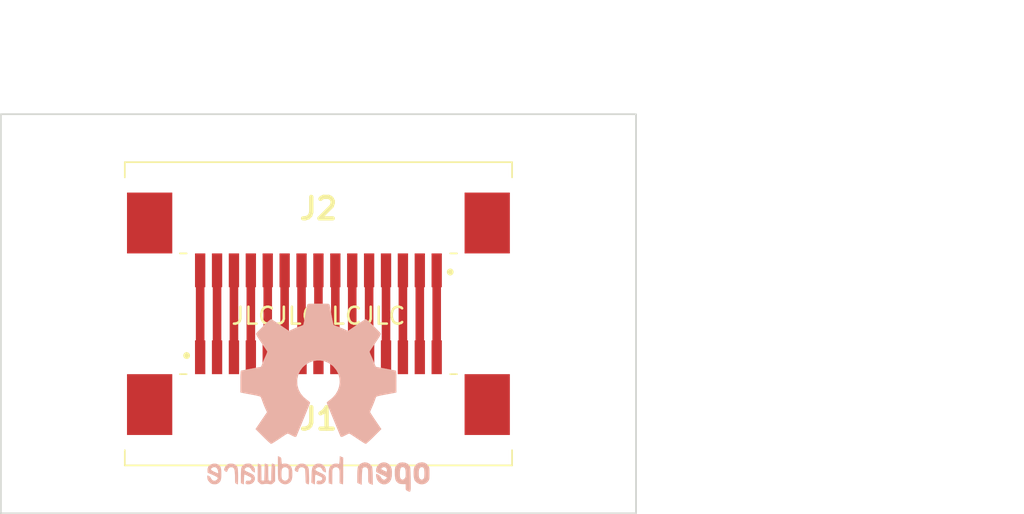
<source format=kicad_pcb>
(kicad_pcb (version 20211014) (generator pcbnew)
  (layers (0 "F.Cu" signal) (31 "B.Cu" signal) (34 "B.Paste" user) (35 "F.Paste" user) (36 "B.SilkS" user "B.Silkscreen") (37 "F.SilkS" user "F.Silkscreen") (38 "B.Mask" user) (39 "F.Mask" user) (44 "Edge.Cuts" user))
  (net 0 "")
  (net 1 "Net-(J1-Pad1)")
  (net 2 "Net-(J1-Pad2)")
  (net 3 "Net-(J1-Pad3)")
  (net 4 "Net-(J1-Pad4)")
  (net 5 "Net-(J1-Pad5)")
  (net 6 "Net-(J1-Pad6)")
  (net 7 "Net-(J1-Pad8)")
  (net 8 "Net-(J1-Pad9)")
  (net 9 "Net-(J1-Pad12)")
  (net 10 "Net-(J1-Pad14)")
  (net 11 "Net-(J1-Pad15)")
  (net 16 "Net-(J1-Pad7)")
  (net 17 "Net-(J1-Pad10)")
  (net 18 "Net-(J1-Pad11)")
  (net 19 "Net-(J1-Pad13)")
  (footprint "pretty:1849525" (layer "F.Cu") (at 126.746 102.87 180)
    (fp_text reference "J2" (at 0 0) (layer "F.SilkS") (effects (font (size 1.27 1.27) (thickness 0.254))))
    (fp_text value "1-84952-5" hide)
    (fp_line (start -7.8 -3.65) (end -7.8 -3.65) (layer "F.SilkS") (width 0.2))
    (fp_line (start 7.8 -2.65) (end 8.2 -2.65) (layer "F.SilkS") (width 0.1))
    (fp_line (start -8.2 -2.65) (end -7.8 -2.65) (layer "F.SilkS") (width 0.1))
    (fp_line (start -11.46 2.75) (end 11.46 2.75) (layer "F.SilkS") (width 0.1))
    (fp_line (start -7.8 -3.85) (end -7.8 -3.85) (layer "F.SilkS") (width 0.2))
    (fp_line (start -11.46 1.85) (end -11.46 2.75) (layer "F.SilkS") (width 0.1))
    (fp_line (start 11.46 2.75) (end 11.46 1.85) (layer "F.SilkS") (width 0.1))
    (fp_arc (start -7.8 -3.85) (mid -7.7 -3.75) (end -7.8 -3.65) (layer "F.SilkS") (width 0.2))
    (fp_arc (start -7.8 -3.65) (mid -7.9 -3.75) (end -7.8 -3.85) (layer "F.SilkS") (width 0.2))
    (pad "1" smd rect locked (at -7 -3.65 180) (size 0.61 2) (layers "F.Cu" "F.Paste" "F.Mask") (net 11 "Net-(J1-Pad15)"))
    (pad "2" smd rect locked (at -6 -3.65 180) (size 0.61 2) (layers "F.Cu" "F.Paste" "F.Mask") (net 10 "Net-(J1-Pad14)"))
    (pad "3" smd rect locked (at -5 -3.65 180) (size 0.61 2) (layers "F.Cu" "F.Paste" "F.Mask") (net 19 "Net-(J1-Pad13)"))
    (pad "4" smd rect locked (at -4 -3.65 180) (size 0.61 2) (layers "F.Cu" "F.Paste" "F.Mask") (net 9 "Net-(J1-Pad12)"))
    (pad "5" smd rect locked (at -3 -3.65 180) (size 0.61 2) (layers "F.Cu" "F.Paste" "F.Mask") (net 18 "Net-(J1-Pad11)"))
    (pad "6" smd rect locked (at -2 -3.65 180) (size 0.61 2) (layers "F.Cu" "F.Paste" "F.Mask") (net 17 "Net-(J1-Pad10)"))
    (pad "7" smd rect locked (at -1 -3.65 180) (size 0.61 2) (layers "F.Cu" "F.Paste" "F.Mask") (net 8 "Net-(J1-Pad9)"))
    (pad "8" smd rect locked (at 0 -3.65 180) (size 0.61 2) (layers "F.Cu" "F.Paste" "F.Mask") (net 7 "Net-(J1-Pad8)"))
    (pad "9" smd rect locked (at 1 -3.65 180) (size 0.61 2) (layers "F.Cu" "F.Paste" "F.Mask") (net 16 "Net-(J1-Pad7)"))
    (pad "10" smd rect locked (at 2 -3.65 180) (size 0.61 2) (layers "F.Cu" "F.Paste" "F.Mask") (net 6 "Net-(J1-Pad6)"))
    (pad "11" smd rect locked (at 3 -3.65 180) (size 0.61 2) (layers "F.Cu" "F.Paste" "F.Mask") (net 5 "Net-(J1-Pad5)"))
    (pad "12" smd rect locked (at 4 -3.65 180) (size 0.61 2) (layers "F.Cu" "F.Paste" "F.Mask") (net 4 "Net-(J1-Pad4)"))
    (pad "13" smd rect locked (at 5 -3.65 180) (size 0.61 2) (layers "F.Cu" "F.Paste" "F.Mask") (net 3 "Net-(J1-Pad3)"))
    (pad "14" smd rect locked (at 6 -3.65 180) (size 0.61 2) (layers "F.Cu" "F.Paste" "F.Mask") (net 2 "Net-(J1-Pad2)"))
    (pad "15" smd rect locked (at 7 -3.65 180) (size 0.61 2) (layers "F.Cu" "F.Paste" "F.Mask") (net 1 "Net-(J1-Pad1)"))
    (pad "MP1" smd rect locked (at -9.99 -0.85 180) (size 2.68 3.6) (layers "F.Cu" "F.Paste" "F.Mask"))
    (pad "MP2" smd rect locked (at 9.99 -0.85 180) (size 2.68 3.6) (layers "F.Cu" "F.Paste" "F.Mask"))
  )
  (footprint "MountingHole:MountingHole_2.7mm_M2.5" (layer "F.Cu") (at 141.986 100.584)
    (fp_text reference "REF**" hide)
    (fp_text value "MountingHole_2.7mm_M2.5" hide)
    (pad "" np_thru_hole circle locked (at 0 0) (size 2.7 2.7) (drill 2.7) (layers *.Cu *.Mask))
  )
  (footprint "MountingHole:MountingHole_2.7mm_M2.5" (layer "F.Cu") (at 141.986 117.602)
    (fp_text reference "REF**" hide)
    (fp_text value "MountingHole_2.7mm_M2.5" hide)
    (pad "" np_thru_hole circle locked (at 0 0) (size 2.7 2.7) (drill 2.7) (layers *.Cu *.Mask))
  )
  (footprint "MountingHole:MountingHole_2.7mm_M2.5" (layer "F.Cu") (at 111.506 100.584)
    (fp_text reference "REF**" hide)
    (fp_text value "MountingHole_2.7mm_M2.5" hide)
    (pad "" np_thru_hole circle locked (at 0 0) (size 2.7 2.7) (drill 2.7) (layers *.Cu *.Mask))
  )
  (footprint "pretty:1849525" (layer "F.Cu") (at 126.746 115.316)
    (fp_text reference "J1" (at 0 0) (layer "F.SilkS") (effects (font (size 1.27 1.27) (thickness 0.254))))
    (fp_text value "1-84952-5" hide)
    (fp_line (start -8.2 -2.65) (end -7.8 -2.65) (layer "F.SilkS") (width 0.1))
    (fp_line (start -7.8 -3.65) (end -7.8 -3.65) (layer "F.SilkS") (width 0.2))
    (fp_line (start 7.8 -2.65) (end 8.2 -2.65) (layer "F.SilkS") (width 0.1))
    (fp_line (start -7.8 -3.85) (end -7.8 -3.85) (layer "F.SilkS") (width 0.2))
    (fp_line (start -11.46 1.85) (end -11.46 2.75) (layer "F.SilkS") (width 0.1))
    (fp_line (start -11.46 2.75) (end 11.46 2.75) (layer "F.SilkS") (width 0.1))
    (fp_line (start 11.46 2.75) (end 11.46 1.85) (layer "F.SilkS") (width 0.1))
    (fp_arc (start -7.8 -3.65) (mid -7.9 -3.75) (end -7.8 -3.85) (layer "F.SilkS") (width 0.2))
    (fp_arc (start -7.8 -3.85) (mid -7.7 -3.75) (end -7.8 -3.65) (layer "F.SilkS") (width 0.2))
    (pad "1" smd rect locked (at -7 -3.65) (size 0.61 2) (layers "F.Cu" "F.Paste" "F.Mask") (net 1 "Net-(J1-Pad1)"))
    (pad "2" smd rect locked (at -6 -3.65) (size 0.61 2) (layers "F.Cu" "F.Paste" "F.Mask") (net 2 "Net-(J1-Pad2)"))
    (pad "3" smd rect locked (at -5 -3.65) (size 0.61 2) (layers "F.Cu" "F.Paste" "F.Mask") (net 3 "Net-(J1-Pad3)"))
    (pad "4" smd rect locked (at -4 -3.65) (size 0.61 2) (layers "F.Cu" "F.Paste" "F.Mask") (net 4 "Net-(J1-Pad4)"))
    (pad "5" smd rect locked (at -3 -3.65) (size 0.61 2) (layers "F.Cu" "F.Paste" "F.Mask") (net 5 "Net-(J1-Pad5)"))
    (pad "6" smd rect locked (at -2 -3.65) (size 0.61 2) (layers "F.Cu" "F.Paste" "F.Mask") (net 6 "Net-(J1-Pad6)"))
    (pad "7" smd rect locked (at -1 -3.65) (size 0.61 2) (layers "F.Cu" "F.Paste" "F.Mask") (net 16 "Net-(J1-Pad7)"))
    (pad "8" smd rect locked (at 0 -3.65) (size 0.61 2) (layers "F.Cu" "F.Paste" "F.Mask") (net 7 "Net-(J1-Pad8)"))
    (pad "9" smd rect locked (at 1 -3.65) (size 0.61 2) (layers "F.Cu" "F.Paste" "F.Mask") (net 8 "Net-(J1-Pad9)"))
    (pad "10" smd rect locked (at 2 -3.65) (size 0.61 2) (layers "F.Cu" "F.Paste" "F.Mask") (net 17 "Net-(J1-Pad10)"))
    (pad "11" smd rect locked (at 3 -3.65) (size 0.61 2) (layers "F.Cu" "F.Paste" "F.Mask") (net 18 "Net-(J1-Pad11)"))
    (pad "12" smd rect locked (at 4 -3.65) (size 0.61 2) (layers "F.Cu" "F.Paste" "F.Mask") (net 9 "Net-(J1-Pad12)"))
    (pad "13" smd rect locked (at 5 -3.65) (size 0.61 2) (layers "F.Cu" "F.Paste" "F.Mask") (net 19 "Net-(J1-Pad13)"))
    (pad "14" smd rect locked (at 6 -3.65) (size 0.61 2) (layers "F.Cu" "F.Paste" "F.Mask") (net 10 "Net-(J1-Pad14)"))
    (pad "15" smd rect locked (at 7 -3.65) (size 0.61 2) (layers "F.Cu" "F.Paste" "F.Mask") (net 11 "Net-(J1-Pad15)"))
    (pad "MP1" smd rect locked (at -9.99 -0.85) (size 2.68 3.6) (layers "F.Cu" "F.Paste" "F.Mask"))
    (pad "MP2" smd rect locked (at 9.99 -0.85) (size 2.68 3.6) (layers "F.Cu" "F.Paste" "F.Mask"))
  )
  (footprint "MountingHole:MountingHole_2.7mm_M2.5" (layer "F.Cu") (at 111.506 117.602)
    (fp_text reference "REF**" hide)
    (fp_text value "MountingHole_2.7mm_M2.5" hide)
    (pad "" np_thru_hole circle locked (at 0 0) (size 2.7 2.7) (drill 2.7) (layers *.Cu *.Mask))
  )
  (footprint "Symbol:OSHW-Logo2_14.6x12mm_SilkScreen" (layer "B.Cu") (at 126.746 114.046 180)
    (fp_text reference "REF**" hide)
    (fp_text value "OSHW-Logo2_14.6x12mm_SilkScreen" hide)
    (fp_poly (pts (xy -1.255402 -3.723857) (xy -1.246846 -3.843188) (xy -1.237019 -3.913506) (xy -1.223401 -3.944179) (xy -1.203473 -3.944571) (xy -1.197011 -3.94091) (xy -1.11106 -3.914398) (xy -0.999255 -3.915946) (xy -0.885586 -3.943199) (xy -0.81449 -3.978455) (xy -0.741595 -4.034778) (xy -0.688307 -4.098519) (xy -0.651725 -4.17951) (xy -0.62895 -4.287586) (xy -0.617081 -4.43258) (xy -0.613218 -4.624326) (xy -0.613149 -4.661109) (xy -0.613103 -5.074288) (xy -0.705046 -5.106339) (xy -0.770348 -5.128144) (xy -0.806176 -5.138297) (xy -0.80723 -5.138391) (xy -0.810758 -5.11086) (xy -0.813761 -5.034923) (xy -0.81601 -4.920565) (xy -0.817276 -4.777769) (xy -0.817471 -4.690951) (xy -0.817877 -4.519773) (xy -0.819968 -4.397088) (xy -0.825053 -4.313) (xy -0.83444 -4.257614) (xy -0.849439 -4.221032) (xy -0.871358 -4.193359) (xy -0.885043 -4.180032) (xy -0.979051 -4.126328) (xy -1.081636 -4.122307) (xy -1.17471 -4.167725) (xy -1.191922 -4.184123) (xy -1.217168 -4.214957) (xy -1.23468 -4.251531) (xy -1.245858 -4.304415) (xy -1.252104 -4.384177) (xy -1.254818 -4.501385) (xy -1.255402 -4.662991) (xy -1.255402 -5.074288) (xy -1.347345 -5.106339) (xy -1.412647 -5.128144) (xy -1.448475 -5.138297) (xy -1.449529 -5.138391) (xy -1.452225 -5.110448) (xy -1.454655 -5.03163) (xy -1.456722 -4.909453) (xy -1.458329 -4.751432) (xy -1.459377 -4.565083) (xy -1.459769 -4.35792) (xy -1.45977 -4.348706) (xy -1.45977 -3.55902) (xy -1.364885 -3.518997) (xy -1.27 -3.478973) (xy -1.255402 -3.723857)) (layer "B.SilkS") (width 0.01) (fill solid))
    (fp_poly (pts (xy 4.314406 -3.935156) (xy 4.398469 -3.973393) (xy 4.46445 -4.019726) (xy 4.512794 -4.071532) (xy 4.546172 -4.138363) (xy 4.567253 -4.229769) (xy 4.578707 -4.355301) (xy 4.583203 -4.524508) (xy 4.583678 -4.635933) (xy 4.583678 -5.070627) (xy 4.509316 -5.104509) (xy 4.450746 -5.129272) (xy 4.42173 -5.138391) (xy 4.416179 -5.111257) (xy 4.411775 -5.038094) (xy 4.409078 -4.931263) (xy 4.408506 -4.846437) (xy 4.406046 -4.723887) (xy 4.399412 -4.626668) (xy 4.389726 -4.567134) (xy 4.382032 -4.554483) (xy 4.330311 -4.567402) (xy 4.249117 -4.600539) (xy 4.155102 -4.645461) (xy 4.064917 -4.693735) (xy 3.995215 -4.736928) (xy 3.962648 -4.766608) (xy 3.962519 -4.766929) (xy 3.96532 -4.821857) (xy 3.990439 -4.874292) (xy 4.034541 -4.916881) (xy 4.098909 -4.931126) (xy 4.153921 -4.929466) (xy 4.231835 -4.928245) (xy 4.272732 -4.946498) (xy 4.297295 -4.994726) (xy 4.300392 -5.00382) (xy 4.31104 -5.072598) (xy 4.282565 -5.11436) (xy 4.208344 -5.134263) (xy 4.128168 -5.137944) (xy 3.98389 -5.110658) (xy 3.909203 -5.07169) (xy 3.816963 -4.980148) (xy 3.768043 -4.867782) (xy 3.763654 -4.749051) (xy 3.805001 -4.638411) (xy 3.867197 -4.56908) (xy 3.929294 -4.530265) (xy 4.026895 -4.481125) (xy 4.140632 -4.431292) (xy 4.15959 -4.423677) (xy 4.284521 -4.368545) (xy 4.356539 -4.319954) (xy 4.3797 -4.271647) (xy 4.358064 -4.21737) (xy 4.32092 -4.174943) (xy 4.233127 -4.122702) (xy 4.13653 -4.118784) (xy 4.047944 -4.159041) (xy 3.984186 -4.239326) (xy 3.975817 -4.26004) (xy 3.927096 -4.336225) (xy 3.855965 -4.392785) (xy 3.766207 -4.439201) (xy 3.766207 -4.307584) (xy 3.77149 -4.227168) (xy 3.794142 -4.163786) (xy 3.844367 -4.096163) (xy 3.892582 -4.044076) (xy 3.967554 -3.970322) (xy 4.025806 -3.930702) (xy 4.088372 -3.91481) (xy 4.159193 -3.912184) (xy 4.314406 -3.935156)) (layer "B.SilkS") (width 0.01) (fill solid))
    (fp_poly (pts (xy 0.079944 -3.92436) (xy 0.194343 -3.966842) (xy 0.195652 -3.967658) (xy 0.266403 -4.01973) (xy 0.318636 -4.080584) (xy 0.355371 -4.159887) (xy 0.379634 -4.267309) (xy 0.394445 -4.412517) (xy 0.402829 -4.605179) (xy 0.403564 -4.632628) (xy 0.41412 -5.046521) (xy 0.325291 -5.092456) (xy 0.261018 -5.123498) (xy 0.22221 -5.138206) (xy 0.220415 -5.138391) (xy 0.2137 -5.11125) (xy 0.208365 -5.038041) (xy 0.205083 -4.931081) (xy 0.204368 -4.844469) (xy 0.204351 -4.704162) (xy 0.197937 -4.616051) (xy 0.17558 -4.574025) (xy 0.127732 -4.571975) (xy 0.044849 -4.60379) (xy -0.080287 -4.662272) (xy -0.172303 -4.710845) (xy -0.219629 -4.752986) (xy -0.233542 -4.798916) (xy -0.233563 -4.801189) (xy -0.210605 -4.880311) (xy -0.14263 -4.923055) (xy -0.038602 -4.929246) (xy 0.03633 -4.928172) (xy 0.075839 -4.949753) (xy 0.100478 -5.001591) (xy 0.114659 -5.067632) (xy 0.094223 -5.105104) (xy 0.086528 -5.110467) (xy 0.014083 -5.132006) (xy -0.087367 -5.135055) (xy -0.191843 -5.120778) (xy -0.265875 -5.094688) (xy -0.368228 -5.007785) (xy -0.426409 -4.886816) (xy -0.437931 -4.792308) (xy -0.429138 -4.707062) (xy -0.39732 -4.637476) (xy -0.334316 -4.575672) (xy -0.231969 -4.513772) (xy -0.082118 -4.443897) (xy -0.072988 -4.439948) (xy 0.061997 -4.377588) (xy 0.145294 -4.326446) (xy 0.180997 -4.280488) (xy 0.173203 -4.233683) (xy 0.126007 -4.179998) (xy 0.111894 -4.167644) (xy 0.017359 -4.119741) (xy -0.080594 -4.121758) (xy -0.165903 -4.168724) (xy -0.222504 -4.255669) (xy -0.227763 -4.272734) (xy -0.278977 -4.355504) (xy -0.343963 -4.395372) (xy -0.437931 -4.434882) (xy -0.437931 -4.332658) (xy -0.409347 -4.184072) (xy -0.324505 -4.047784) (xy -0.280355 -4.002191) (xy -0.179995 -3.943674) (xy -0.052365 -3.917184) (xy 0.079944 -3.92436)) (layer "B.SilkS") (width 0.01) (fill solid))
    (fp_poly (pts (xy -2.582571 -3.877719) (xy -2.488877 -3.931914) (xy -2.423736 -3.985707) (xy -2.376093 -4.042066) (xy -2.343272 -4.110987) (xy -2.322594 -4.202468) (xy -2.31138 -4.326506) (xy -2.306951 -4.493098) (xy -2.306437 -4.612851) (xy -2.306437 -5.053659) (xy -2.430517 -5.109283) (xy -2.554598 -5.164907) (xy -2.569195 -4.682095) (xy -2.575227 -4.501779) (xy -2.581555 -4.370901) (xy -2.589394 -4.280511) (xy -2.599963 -4.221664) (xy -2.614477 -4.185413) (xy -2.634152 -4.16281) (xy -2.640465 -4.157917) (xy -2.736112 -4.119706) (xy -2.832793 -4.134827) (xy -2.890345 -4.174943) (xy -2.913755 -4.20337) (xy -2.929961 -4.240672) (xy -2.940259 -4.297223) (xy -2.945951 -4.383394) (xy -2.948336 -4.509558) (xy -2.948736 -4.641042) (xy -2.948814 -4.805999) (xy -2.951639 -4.922761) (xy -2.961093 -5.00151) (xy -2.98106 -5.052431) (xy -3.015424 -5.085706) (xy -3.068068 -5.11152) (xy -3.138383 -5.138344) (xy -3.21518 -5.167542) (xy -3.206038 -4.649346) (xy -3.202357 -4.462539) (xy -3.19805 -4.32449) (xy -3.191877 -4.225568) (xy -3.182598 -4.156145) (xy -3.168973 -4.10659) (xy -3.149761 -4.067273) (xy -3.126598 -4.032584) (xy -3.014848 -3.92177) (xy -2.878487 -3.857689) (xy -2.730175 -3.842339) (xy -2.582571 -3.877719)) (layer "B.SilkS") (width 0.01) (fill solid))
    (fp_poly (pts (xy 5.33569 -3.940018) (xy 5.370585 -3.955269) (xy 5.453877 -4.021235) (xy 5.525103 -4.116618) (xy 5.569153 -4.218406) (xy 5.576322 -4.268587) (xy 5.552285 -4.338647) (xy 5.499561 -4.375717) (xy 5.443031 -4.398164) (xy 5.417146 -4.4023) (xy 5.404542 -4.372283) (xy 5.379654 -4.306961) (xy 5.368735 -4.277445) (xy 5.307508 -4.175348) (xy 5.218861 -4.124423) (xy 5.105193 -4.125989) (xy 5.096774 -4.127994) (xy 5.036088 -4.156767) (xy 4.991474 -4.212859) (xy 4.961002 -4.303163) (xy 4.942744 -4.434571) (xy 4.934771 -4.613974) (xy 4.934023 -4.709433) (xy 4.933652 -4.859913) (xy 4.931223 -4.962495) (xy 4.92476 -5.027672) (xy 4.912288 -5.065938) (xy 4.891833 -5.087785) (xy 4.861419 -5.103707) (xy 4.859661 -5.104509) (xy 4.801091 -5.129272) (xy 4.772075 -5.138391) (xy 4.767616 -5.110822) (xy 4.763799 -5.03462) (xy 4.760899 -4.919541) (xy 4.759191 -4.775341) (xy 4.758851 -4.669814) (xy 4.760588 -4.465613) (xy 4.767382 -4.310697) (xy 4.781607 -4.196024) (xy 4.805638 -4.112551) (xy 4.841848 -4.051236) (xy 4.892612 -4.003034) (xy 4.942739 -3.969393) (xy 5.063275 -3.924619) (xy 5.203557 -3.914521) (xy 5.33569 -3.940018)) (layer "B.SilkS") (width 0.01) (fill solid))
    (fp_poly (pts (xy 1.065943 -3.92192) (xy 1.198565 -3.970859) (xy 1.30601 -4.057419) (xy 1.348032 -4.118352) (xy 1.393843 -4.230161) (xy 1.392891 -4.311006) (xy 1.344808 -4.365378) (xy 1.327017 -4.374624) (xy 1.250204 -4.40345) (xy 1.210976 -4.396065) (xy 1.197689 -4.347658) (xy 1.197012 -4.32092) (xy 1.172686 -4.222548) (xy 1.109281 -4.153734) (xy 1.021154 -4.120498) (xy 0.922663 -4.128861) (xy 0.842602 -4.172296) (xy 0.815561 -4.197072) (xy 0.796394 -4.227129) (xy 0.783446 -4.272565) (xy 0.775064 -4.343476) (xy 0.769593 -4.44996) (xy 0.765378 -4.602112) (xy 0.764287 -4.650287) (xy 0.760307 -4.815095) (xy 0.755781 -4.931088) (xy 0.748995 -5.007833) (xy 0.738231 -5.054893) (xy 0.721773 -5.081835) (xy 0.697906 -5.098223) (xy 0.682626 -5.105463) (xy 0.617733 -5.13022) (xy 0.579534 -5.138391) (xy 0.566912 -5.111103) (xy 0.559208 -5.028603) (xy 0.55638 -4.889941) (xy 0.558386 -4.694162) (xy 0.559011 -4.663965) (xy 0.563421 -4.485349) (xy 0.568635 -4.354923) (xy 0.576055 -4.262492) (xy 0.587082 -4.197858) (xy 0.603117 -4.150825) (xy 0.625561 -4.111196) (xy 0.637302 -4.094215) (xy 0.704619 -4.01908) (xy 0.77991 -3.960638) (xy 0.789128 -3.955536) (xy 0.924133 -3.91526) (xy 1.065943 -3.92192)) (layer "B.SilkS") (width 0.01) (fill solid))
    (fp_poly (pts (xy 6.343439 -3.95654) (xy 6.45895 -4.032034) (xy 6.514664 -4.099617) (xy 6.558804 -4.222255) (xy 6.562309 -4.319298) (xy 6.554368 -4.449056) (xy 6.255115 -4.580039) (xy 6.109611 -4.646958) (xy 6.014537 -4.70079) (xy 5.965101 -4.747416) (xy 5.956511 -4.79272) (xy 5.983972 -4.842582) (xy 6.014253 -4.875632) (xy 6.102363 -4.928633) (xy 6.198196 -4.932347) (xy 6.286212 -4.891041) (xy 6.350869 -4.808983) (xy 6.362433 -4.780008) (xy 6.417825 -4.689509) (xy 6.481553 -4.65094) (xy 6.568966 -4.617946) (xy 6.568966 -4.743034) (xy 6.561238 -4.828156) (xy 6.530966 -4.899938) (xy 6.467518 -4.982356) (xy 6.458088 -4.993066) (xy 6.387513 -5.066391) (xy 6.326847 -5.105742) (xy 6.25095 -5.123845) (xy 6.18803 -5.129774) (xy 6.075487 -5.131251) (xy 5.99537 -5.112535) (xy 5.94539 -5.084747) (xy 5.866838 -5.023641) (xy 5.812463 -4.957554) (xy 5.778052 -4.874441) (xy 5.759388 -4.762254) (xy 5.752256 -4.608946) (xy 5.751687 -4.531136) (xy 5.753622 -4.437853) (xy 5.929899 -4.437853) (xy 5.931944 -4.487896) (xy 5.937039 -4.496092) (xy 5.970666 -4.484958) (xy 6.04303 -4.455493) (xy 6.139747 -4.413601) (xy 6.159973 -4.404597) (xy 6.282203 -4.342442) (xy 6.349547 -4.287815) (xy 6.364348 -4.236649) (xy 6.328947 -4.184876) (xy 6.299711 -4.162) (xy 6.194216 -4.11625) (xy 6.095476 -4.123808) (xy 6.012812 -4.179651) (xy 5.955548 -4.278753) (xy 5.937188 -4.357414) (xy 5.929899 -4.437853) (xy 5.753622 -4.437853) (xy 5.755459 -4.349351) (xy 5.769359 -4.214853) (xy 5.796894 -4.116916) (xy 5.841572 -4.044811) (xy 5.906901 -3.987813) (xy 5.935383 -3.969393) (xy 6.064763 -3.921422) (xy 6.206412 -3.918403) (xy 6.343439 -3.95654)) (layer "B.SilkS") (width 0.01) (fill solid))
    (fp_poly (pts (xy 2.393914 -4.154455) (xy 2.393543 -4.372661) (xy 2.392108 -4.540519) (xy 2.389002 -4.66607) (xy 2.383622 -4.757355) (xy 2.375362 -4.822415) (xy 2.363616 -4.869291) (xy 2.347781 -4.906024) (xy 2.33579 -4.926991) (xy 2.23649 -5.040694) (xy 2.110588 -5.111965) (xy 1.971291 -5.137538) (xy 1.831805 -5.11415) (xy 1.748743 -5.072119) (xy 1.661545 -4.999411) (xy 1.602117 -4.910612) (xy 1.566261 -4.79432) (xy 1.549781 -4.639135) (xy 1.547447 -4.525287) (xy 1.547761 -4.517106) (xy 1.751724 -4.517106) (xy 1.75297 -4.647657) (xy 1.758678 -4.73408) (xy 1.771804 -4.790618) (xy 1.795306 -4.831514) (xy 1.823386 -4.862362) (xy 1.917688 -4.921905) (xy 2.01894 -4.926992) (xy 2.114636 -4.877279) (xy 2.122084 -4.870543) (xy 2.153874 -4.835502) (xy 2.173808 -4.793811) (xy 2.1846 -4.731762) (xy 2.188965 -4.635644) (xy 2.189655 -4.529379) (xy 2.188159 -4.39588) (xy 2.181964 -4.306822) (xy 2.168514 -4.248293) (xy 2.145251 -4.206382) (xy 2.126175 -4.184123) (xy 2.037563 -4.127985) (xy 1.935508 -4.121235) (xy 1.838095 -4.164114) (xy 1.819296 -4.180032) (xy 1.787293 -4.215382) (xy 1.767318 -4.257502) (xy 1.756593 -4.320251) (xy 1.752339 -4.417487) (xy 1.751724 -4.517106) (xy 1.547761 -4.517106) (xy 1.554504 -4.341947) (xy 1.578472 -4.204195) (xy 1.623548 -4.100632) (xy 1.693928 -4.019856) (xy 1.748743 -3.978455) (xy 1.848376 -3.933728) (xy 1.963855 -3.912967) (xy 2.071199 -3.918525) (xy 2.131264 -3.940943) (xy 2.154835 -3.947323) (xy 2.170477 -3.923535) (xy 2.181395 -3.859788) (xy 2.189655 -3.762687) (xy 2.198699 -3.654541) (xy 2.211261 -3.589475) (xy 2.234119 -3.552268) (xy 2.274051 -3.527699) (xy 2.299138 -3.516819) (xy 2.394023 -3.477072) (xy 2.393914 -4.154455)) (layer "B.SilkS") (width 0.01) (fill solid))
    (fp_poly (pts (xy -4.8281 -3.861903) (xy -4.71655 -3.917522) (xy -4.618092 -4.019931) (xy -4.590977 -4.057864) (xy -4.561438 -4.1075) (xy -4.542272 -4.161412) (xy -4.531307 -4.233364) (xy -4.526371 -4.337122) (xy -4.525287 -4.474101) (xy -4.530182 -4.661815) (xy -4.547196 -4.802758) (xy -4.579823 -4.907908) (xy -4.631558 -4.988243) (xy -4.705896 -5.054741) (xy -4.711358 -5.058678) (xy -4.78462 -5.098953) (xy -4.87284 -5.11888) (xy -4.985038 -5.123793) (xy -5.167433 -5.123793) (xy -5.167509 -5.300857) (xy -5.169207 -5.39947) (xy -5.17955 -5.457314) (xy -5.206578 -5.492006) (xy -5.258332 -5.521164) (xy -5.270761 -5.527121) (xy -5.328923 -5.555039) (xy -5.373956 -5.572672) (xy -5.407441 -5.574194) (xy -5.430962 -5.553781) (xy -5.4461 -5.505607) (xy -5.454437 -5.423846) (xy -5.457556 -5.302672) (xy -5.45704 -5.13626) (xy -5.454471 -4.918785) (xy -5.453668 -4.853736) (xy -5.450778 -4.629502) (xy -5.448188 -4.482821) (xy -5.167586 -4.482821) (xy -5.166009 -4.607326) (xy -5.159 -4.688787) (xy -5.143142 -4.742515) (xy -5.115019 -4.783823) (xy -5.095925 -4.803971) (xy -5.017865 -4.862921) (xy -4.948753 -4.86772) (xy -4.87744 -4.819038) (xy -4.875632 -4.817241) (xy -4.846617 -4.779618) (xy -4.828967 -4.728484) (xy -4.820064 -4.649738) (xy -4.817291 -4.529276) (xy -4.817241 -4.502588) (xy -4.823942 -4.336583) (xy -4.845752 -4.221505) (xy -4.885235 -4.151254) (xy -4.944956 -4.119729) (xy -4.979472 -4.116552) (xy -5.061389 -4.13146) (xy -5.117579 -4.180548) (xy -5.151402 -4.270362) (xy -5.16622 -4.407445) (xy -5.167586 -4.482821) (xy -5.448188 -4.482821) (xy -5.447713 -4.455952) (xy -5.443753 -4.325382) (xy -5.438174 -4.230087) (xy -5.430254 -4.162364) (xy -5.419269 -4.114507) (xy -5.404499 -4.078813) (xy -5.385218 -4.047578) (xy -5.376951 -4.035824) (xy -5.267288 -3.924797) (xy -5.128635 -3.861847) (xy -4.968246 -3.844297) (xy -4.8281 -3.861903)) (layer "B.SilkS") (width 0.01) (fill solid))
    (fp_poly (pts (xy -5.951779 -3.866015) (xy -5.814939 -3.937968) (xy -5.713949 -4.053766) (xy -5.678075 -4.128213) (xy -5.650161 -4.239992) (xy -5.635871 -4.381227) (xy -5.634516 -4.535371) (xy -5.645405 -4.685879) (xy -5.667847 -4.816205) (xy -5.70115 -4.909803) (xy -5.711385 -4.925922) (xy -5.832618 -5.046249) (xy -5.976613 -5.118317) (xy -6.132861 -5.139408) (xy -6.290852 -5.106802) (xy -6.33482 -5.087253) (xy -6.420444 -5.027012) (xy -6.495592 -4.947135) (xy -6.502694 -4.937004) (xy -6.531561 -4.888181) (xy -6.550643 -4.83599) (xy -6.561916 -4.767285) (xy -6.567355 -4.668918) (xy -6.568938 -4.527744) (xy -6.568965 -4.496092) (xy -6.568893 -4.486019) (xy -6.277011 -4.486019) (xy -6.275313 -4.619256) (xy -6.268628 -4.707674) (xy -6.254575 -4.764785) (xy -6.230771 -4.804102) (xy -6.218621 -4.817241) (xy -6.148764 -4.867172) (xy -6.080941 -4.864895) (xy -6.012365 -4.821584) (xy -5.971465 -4.775346) (xy -5.947242 -4.707857) (xy -5.933639 -4.601433) (xy -5.932706 -4.58902) (xy -5.930384 -4.396147) (xy -5.95465 -4.2529) (xy -6.005176 -4.16016) (xy -6.081632 -4.118807) (xy -6.108924 -4.116552) (xy -6.180589 -4.127893) (xy -6.22961 -4.167184) (xy -6.259582 -4.242326) (xy -6.274101 -4.361222) (xy -6.277011 -4.486019) (xy -6.568893 -4.486019) (xy -6.567878 -4.345659) (xy -6.563312 -4.240549) (xy -6.553312 -4.167714) (xy -6.535921 -4.114108) (xy -6.509184 -4.066681) (xy -6.503276 -4.057864) (xy -6.403968 -3.939007) (xy -6.295758 -3.870008) (xy -6.164019 -3.842619) (xy -6.119283 -3.841281) (xy -5.951779 -3.866015)) (layer "B.SilkS") (width 0.01) (fill solid))
    (fp_poly (pts (xy -3.684448 -3.884676) (xy -3.569342 -3.962111) (xy -3.480389 -4.073949) (xy -3.427251 -4.216265) (xy -3.416503 -4.321015) (xy -3.417724 -4.364726) (xy -3.427944 -4.398194) (xy -3.456039 -4.428179) (xy -3.510884 -4.46144) (xy -3.601355 -4.504738) (xy -3.736328 -4.564833) (xy -3.737011 -4.565134) (xy -3.861249 -4.622037) (xy -3.963127 -4.672565) (xy -4.032233 -4.71128) (xy -4.058154 -4.73274) (xy -4.058161 -4.732913) (xy -4.035315 -4.779644) (xy -3.981891 -4.831154) (xy -3.920558 -4.868261) (xy -3.889485 -4.875632) (xy -3.804711 -4.850138) (xy -3.731707 -4.786291) (xy -3.696087 -4.716094) (xy -3.66182 -4.664343) (xy -3.594697 -4.605409) (xy -3.515792 -4.554496) (xy -3.446179 -4.526809) (xy -3.431623 -4.525287) (xy -3.415237 -4.550321) (xy -3.41425 -4.614311) (xy -3.426292 -4.700593) (xy -3.448993 -4.792501) (xy -3.479986 -4.873369) (xy -3.481552 -4.876509) (xy -3.574819 -5.006734) (xy -3.695696 -5.095311) (xy -3.832973 -5.138786) (xy -3.97544 -5.133706) (xy -4.111888 -5.076616) (xy -4.117955 -5.072602) (xy -4.22529 -4.975326) (xy -4.295868 -4.848409) (xy -4.334926 -4.681526) (xy -4.340168 -4.634639) (xy -4.349452 -4.413329) (xy -4.338322 -4.310124) (xy -4.058161 -4.310124) (xy -4.054521 -4.374503) (xy -4.034611 -4.393291) (xy -3.984974 -4.379235) (xy -3.906733 -4.346009) (xy -3.819274 -4.304359) (xy -3.817101 -4.303256) (xy -3.74297 -4.264265) (xy -3.713219 -4.238244) (xy -3.720555 -4.210965) (xy -3.751447 -4.175121) (xy -3.83004 -4.123251) (xy -3.914677 -4.119439) (xy -3.990597 -4.157189) (xy -4.043035 -4.230001) (xy -4.058161 -4.310124) (xy -4.338322 -4.310124) (xy -4.330356 -4.236261) (xy -4.281366 -4.095829) (xy -4.213164 -3.997447) (xy -4.090065 -3.89803) (xy -3.954472 -3.848711) (xy -3.816045 -3.845568) (xy -3.684448 -3.884676)) (layer "B.SilkS") (width 0.01) (fill solid))
    (fp_poly (pts (xy 3.580124 -3.93984) (xy 3.584579 -4.016653) (xy 3.588071 -4.133391) (xy 3.590315 -4.280821) (xy 3.591035 -4.435455) (xy 3.591035 -4.958727) (xy 3.498645 -5.051117) (xy 3.434978 -5.108047) (xy 3.379089 -5.131107) (xy 3.302702 -5.129647) (xy 3.27238 -5.125934) (xy 3.17761 -5.115126) (xy 3.099222 -5.108933) (xy 3.080115 -5.108361) (xy 3.015699 -5.112102) (xy 2.923571 -5.121494) (xy 2.88785 -5.125934) (xy 2.800114 -5.132801) (xy 2.741153 -5.117885) (xy 2.68269 -5.071835) (xy 2.661585 -5.051117) (xy 2.569195 -4.958727) (xy 2.569195 -3.979947) (xy 2.643558 -3.946066) (xy 2.70759 -3.92097) (xy 2.745052 -3.912184) (xy 2.754657 -3.93995) (xy 2.763635 -4.01753) (xy 2.771386 -4.136348) (xy 2.777314 -4.287828) (xy 2.780173 -4.415805) (xy 2.788161 -4.919425) (xy 2.857848 -4.929278) (xy 2.921229 -4.922389) (xy 2.952286 -4.900083) (xy 2.960967 -4.858379) (xy 2.968378 -4.769544) (xy 2.973931 -4.644834) (xy 2.977036 -4.495507) (xy 2.977484 -4.418661) (xy 2.977931 -3.976287) (xy 3.069874 -3.944235) (xy 3.134949 -3.922443) (xy 3.170347 -3.912281) (xy 3.171368 -3.912184) (xy 3.17492 -3.939809) (xy 3.178823 -4.016411) (xy 3.182751 -4.132579) (xy 3.186376 -4.278904) (xy 3.188908 -4.415805) (xy 3.196897 -4.919425) (xy 3.372069 -4.919425) (xy 3.380107 -4.459965) (xy 3.388146 -4.000505) (xy 3.473543 -3.956344) (xy 3.536593 -3.926019) (xy 3.57391 -3.912258) (xy 3.574987 -3.912184) (xy 3.580124 -3.93984)) (layer "B.SilkS") (width 0.01) (fill solid))
    (fp_poly (pts (xy 0.209014 5.547002) (xy 0.367006 5.546137) (xy 0.481347 5.543795) (xy 0.559407 5.539238) (xy 0.608554 5.53173) (xy 0.636159 5.520534) (xy 0.649592 5.504912) (xy 0.656221 5.484127) (xy 0.656865 5.481437) (xy 0.666935 5.432887) (xy 0.685575 5.337095) (xy 0.710845 5.204257) (xy 0.740807 5.044569) (xy 0.773522 4.868226) (xy 0.774664 4.862033) (xy 0.807433 4.689218) (xy 0.838093 4.536531) (xy 0.864664 4.413129) (xy 0.885167 4.328169) (xy 0.897626 4.29081) (xy 0.89822 4.290148) (xy 0.934919 4.271905) (xy 1.010586 4.241503) (xy 1.108878 4.205507) (xy 1.109425 4.205315) (xy 1.233233 4.158778) (xy 1.379196 4.099496) (xy 1.516781 4.039891) (xy 1.523293 4.036944) (xy 1.74739 3.935235) (xy 2.243619 4.274103) (xy 2.395846 4.377408) (xy 2.533741 4.469763) (xy 2.649315 4.545916) (xy 2.734579 4.600615) (xy 2.781544 4.628607) (xy 2.786004 4.630683) (xy 2.820134 4.62144) (xy 2.883881 4.576844) (xy 2.979731 4.494791) (xy 3.110169 4.373179) (xy 3.243328 4.243795) (xy 3.371694 4.116298) (xy 3.486581 3.999954) (xy 3.581073 3.901948) (xy 3.648253 3.829464) (xy 3.681206 3.789687) (xy 3.682432 3.787639) (xy 3.686074 3.760344) (xy 3.67235 3.715766) (xy 3.637869 3.647888) (xy 3.579239 3.550689) (xy 3.49307 3.418149) (xy 3.3782 3.247524) (xy 3.276254 3.097345) (xy 3.185123 2.96265) (xy 3.110073 2.85126) (xy 3.056369 2.770995) (xy 3.02928 2.729675) (xy 3.027574 2.72687) (xy 3.030882 2.687279) (xy 3.055953 2.610331) (xy 3.097798 2.510568) (xy 3.112712 2.478709) (xy 3.177786 2.336774) (xy 3.247212 2.175727) (xy 3.303609 2.036379) (xy 3.344247 1.932956) (xy 3.376526 1.854358) (xy 3.395178 1.81328) (xy 3.397497 1.810115) (xy 3.431803 1.804872) (xy 3.512669 1.790506) (xy 3.629343 1.769063) (xy 3.771075 1.742587) (xy 3.92711 1.713123) (xy 4.086698 1.682717) (xy 4.239085 1.653412) (xy 4.373521 1.627255) (xy 4.479252 1.60629) (xy 4.545526 1.592561) (xy 4.561782 1.58868) (xy 4.578573 1.5791) (xy 4.591249 1.557464) (xy 4.600378 1.516469) (xy 4.606531 1.448811) (xy 4.61028 1.347188) (xy 4.612192 1.204297) (xy 4.61284 1.012835) (xy 4.612874 0.934355) (xy 4.612874 0.296094) (xy 4.459598 0.26584) (xy 4.374322 0.249436) (xy 4.24707 0.225491) (xy 4.093315 0.196893) (xy 3.928534 0.166533) (xy 3.882989 0.158194) (xy 3.730932 0.12863) (xy 3.598468 0.099558) (xy 3.496714 0.073671) (xy 3.436788 0.053663) (xy 3.426805 0.047699) (xy 3.402293 0.005466) (xy 3.367148 -0.07637) (xy 3.328173 -0.181683) (xy 3.320442 -0.204368) (xy 3.26936 -0.345018) (xy 3.205954 -0.503714) (xy 3.143904 -0.646225) (xy 3.143598 -0.646886) (xy 3.040267 -0.87044) (xy 3.719961 -1.870232) (xy 3.283621 -2.3073) (xy 3.151649 -2.437381) (xy 3.031279 -2.552048) (xy 2.929273 -2.645181) (xy 2.852391 -2.710658) (xy 2.807393 -2.742357) (xy 2.800938 -2.744368) (xy 2.76304 -2.728529) (xy 2.685708 -2.684496) (xy 2.577389 -2.61749) (xy 2.446532 -2.532734) (xy 2.305052 -2.437816) (xy 2.161461 -2.340998) (xy 2.033435 -2.256751) (xy 1.929105 -2.190258) (xy 1.8566 -2.146702) (xy 1.824158 -2.131264) (xy 1.784576 -2.144328) (xy 1.709519 -2.17875) (xy 1.614468 -2.22738) (xy 1.604392 -2.232785) (xy 1.476391 -2.29698) (xy 1.388618 -2.328463) (xy 1.334028 -2.328798) (xy 1.305575 -2.299548) (xy 1.30541 -2.299138) (xy 1.291188 -2.264498) (xy 1.257269 -2.182269) (xy 1.206284 -2.058814) (xy 1.140862 -1.900498) (xy 1.063634 -1.713686) (xy 0.977229 -1.504742) (xy 0.893551 -1.302446) (xy 0.801588 -1.0792) (xy 0.71715 -0.872392) (xy 0.642769 -0.688362) (xy 0.580974 -0.533451) (xy 0.534297 -0.413996) (xy 0.505268 -0.336339) (xy 0.496322 -0.307356) (xy 0.518756 -0.27411) (xy 0.577439 -0.221123) (xy 0.655689 -0.162704) (xy 0.878534 0.022048) (xy 1.052718 0.233818) (xy 1.176154 0.468144) (xy 1.246754 0.720566) (xy 1.262431 0.986623) (xy 1.251036 1.109425) (xy 1.18895 1.364207) (xy 1.082023 1.589199) (xy 0.936889 1.782183) (xy 0.760178 1.940939) (xy 0.558522 2.06325) (xy 0.338554 2.146895) (xy 0.106906 2.189656) (xy -0.129791 2.189313) (xy -0.364905 2.143648) (xy -0.591804 2.050441) (xy -0.803856 1.907473) (xy -0.892364 1.826617) (xy -1.062111 1.618993) (xy -1.180301 1.392105) (xy -1.247722 1.152567) (xy -1.26516 0.906993) (xy -1.233402 0.661997) (xy -1.153235 0.424192) (xy -1.025445 0.200193) (xy -0.85082 -0.003387) (xy -0.655688 -0.162704) (xy -0.574409 -0.223602) (xy -0.516991 -0.276015) (xy -0.496322 -0.307406) (xy -0.507144 -0.341639) (xy -0.537923 -0.423419) (xy -0.586126 -0.546407) (xy -0.649222 -0.704263) (xy -0.724678 -0.890649) (xy -0.809962 -1.099226) (xy -0.893781 -1.302496) (xy -0.986255 -1.525933) (xy -1.071911 -1.732984) (xy -1.148118 -1.917286) (xy -1.212247 -2.072475) (xy -1.261668 -2.192188) (xy -1.293752 -2.270061) (xy -1.305641 -2.299138) (xy -1.333726 -2.328677) (xy -1.388051 -2.328591) (xy -1.475605 -2.297326) (xy -1.603381 -2.233329) (xy -1.604392 -2.232785) (xy -1.700598 -2.183121) (xy -1.778369 -2.146945) (xy -1.822223 -2.131408) (xy -1.824158 -2.131264) (xy -1.857171 -2.147024) (xy -1.930054 -2.19085) (xy -2.034678 -2.257557) (xy -2.16291 -2.341964) (xy -2.305052 -2.437816) (xy -2.449767 -2.534867) (xy -2.580196 -2.61927) (xy -2.68789 -2.685801) (xy -2.764402 -2.729238) (xy -2.800938 -2.744368) (xy -2.834582 -2.724482) (xy -2.902224 -2.668903) (xy -2.997107 -2.583754) (xy -3.11247 -2.475153) (xy -3.241555 -2.349221) (xy -3.283771 -2.307149) (xy -3.720261 -1.869931) (xy -3.388023 -1.38234) (xy -3.287054 -1.232605) (xy -3.198438 -1.09822) (xy -3.127146 -0.986969) (xy -3.07815 -0.906639) (xy -3.056422 -0.865014) (xy -3.055785 -0.862053) (xy -3.06724 -0.822818) (xy -3.098051 -0.743895) (xy -3.142884 -0.638509) (xy -3.174353 -0.567954) (xy -3.233192 -0.432876) (xy -3.288604 -0.296409) (xy -3.331564 -0.181103) (xy -3.343234 -0.145977) (xy -3.376389 -0.052174) (xy -3.408799 0.020306) (xy -3.426601 0.047699) (xy -3.465886 0.064464) (xy -3.551626 0.08823) (xy -3.672697 0.116303) (xy -3.817973 0.145991) (xy -3.882988 0.158194) (xy -4.048087 0.188532) (xy -4.206448 0.217907) (xy -4.342596 0.243431) (xy -4.441057 0.262215) (xy -4.459598 0.26584) (xy -4.612873 0.296094) (xy -4.612873 0.934355) (xy -4.612529 1.14423) (xy -4.611116 1.30302) (xy -4.608064 1.418027) (xy -4.602803 1.496554) (xy -4.594763 1.545904) (xy -4.583373 1.573381) (xy -4.568063 1.586287) (xy -4.561782 1.58868) (xy -4.523896 1.597167) (xy -4.440195 1.6141) (xy -4.321433 1.637434) (xy -4.178361 1.665125) (xy -4.021732 1.695127) (xy -3.862297 1.725396) (xy -3.710809 1.753885) (xy -3.578019 1.778551) (xy -3.474681 1.797349) (xy -3.411545 1.808233) (xy -3.397497 1.810115) (xy -3.38477 1.835296) (xy -3.3566 1.902378) (xy -3.318252 1.998667) (xy -3.303609 2.036379) (xy -3.244548 2.182079) (xy -3.175 2.343049) (xy -3.112712 2.478709) (xy -3.066879 2.582439) (xy -3.036387 2.667674) (xy -3.026208 2.719874) (xy -3.027831 2.72687) (xy -3.049343 2.759898) (xy -3.098465 2.833357) (xy -3.169923 2.939423) (xy -3.258445 3.070274) (xy -3.358759 3.218088) (xy -3.378594 3.247266) (xy -3.494988 3.420137) (xy -3.580548 3.551774) (xy -3.638684 3.648239) (xy -3.672808 3.715592) (xy -3.686331 3.759894) (xy -3.682664 3.787206) (xy -3.68257 3.78738) (xy -3.653707 3.823254) (xy -3.589867 3.892609) (xy -3.497969 3.988255) (xy -3.384933 4.103001) (xy -3.257679 4.229659) (xy -3.243328 4.243795) (xy -3.082957 4.399097) (xy -2.959195 4.51313) (xy -2.869555 4.587998) (xy -2.811552 4.625804) (xy -2.786004 4.630683) (xy -2.748718 4.609397) (xy -2.671343 4.560227) (xy -2.561867 4.488425) (xy -2.42828 4.399245) (xy -2.27857 4.297937) (xy -2.243618 4.274103) (xy -1.74739 3.935235) (xy -1.523293 4.036944) (xy -1.387011 4.096217) (xy -1.240724 4.15583) (xy -1.114965 4.20336) (xy -1.109425 4.205315) (xy -1.011057 4.241323) (xy -0.935229 4.271771) (xy -0.898282 4.290095) (xy -0.89822 4.290148) (xy -0.886496 4.323271) (xy -0.866568 4.404733) (xy -0.840413 4.525375) (xy -0.81001 4.676041) (xy -0.777337 4.847572) (xy -0.774664 4.862033) (xy -0.74189 5.038765) (xy -0.711802 5.19919) (xy -0.686339 5.333112) (xy -0.667441 5.430337) (xy -0.657047 5.480668) (xy -0.656865 5.481437) (xy -0.650539 5.502847) (xy -0.638239 5.519012) (xy -0.612594 5.530669) (xy -0.566235 5.538555) (xy -0.491792 5.543407) (xy -0.381895 5.545961) (xy -0.229175 5.546955) (xy -0.026262 5.547126) (xy 0 5.547126) (xy 0.209014 5.547002)) (layer "B.SilkS") (width 0.01) (fill solid))
  )
  (gr_rect (start 145.542 97.282) (end 107.95 120.904) (layer "Edge.Cuts") (width 0.1) (fill none))
  (gr_text "JLCJLCJLCJLC" (at 126.746 109.22) (layer "F.SilkS") (effects (font (size 1 1))))
  (segment (start 119.746 106.52) (end 119.746 111.666) (width 0.508) (layer "F.Cu") (net 1))
  (segment (start 120.746 111.666) (end 120.746 106.52) (width 0.508) (layer "F.Cu") (net 2))
  (segment (start 121.746 106.52) (end 121.746 111.666) (width 0.508) (layer "F.Cu") (net 3))
  (segment (start 122.746 111.666) (end 122.746 106.52) (width 0.508) (layer "F.Cu") (net 4))
  (segment (start 123.746 106.52) (end 123.746 111.666) (width 0.508) (layer "F.Cu") (net 5))
  (segment (start 124.746 106.52) (end 124.746 111.666) (width 0.508) (layer "F.Cu") (net 6))
  (segment (start 126.746 111.666) (end 126.746 106.52) (width 0.508) (layer "F.Cu") (net 7))
  (segment (start 127.746 111.666) (end 127.746 106.52) (width 0.508) (layer "F.Cu") (net 8))
  (segment (start 130.746 111.666) (end 130.746 106.52) (width 0.508) (layer "F.Cu") (net 9))
  (segment (start 132.746 111.666) (end 132.746 106.52) (width 0.508) (layer "F.Cu") (net 10))
  (segment (start 133.746 111.666) (end 133.746 106.52) (width 0.508) (layer "F.Cu") (net 11))
  (segment (start 125.746 111.666) (end 125.746 106.52) (width 0.508) (layer "F.Cu") (net 16))
  (segment (start 128.746 111.666) (end 128.746 106.52) (width 0.508) (layer "F.Cu") (net 17))
  (segment (start 129.746 111.666) (end 129.746 106.52) (width 0.508) (layer "F.Cu") (net 18))
  (segment (start 131.746 111.666) (end 131.746 106.52) (width 0.508) (layer "F.Cu") (net 19))
)
</source>
